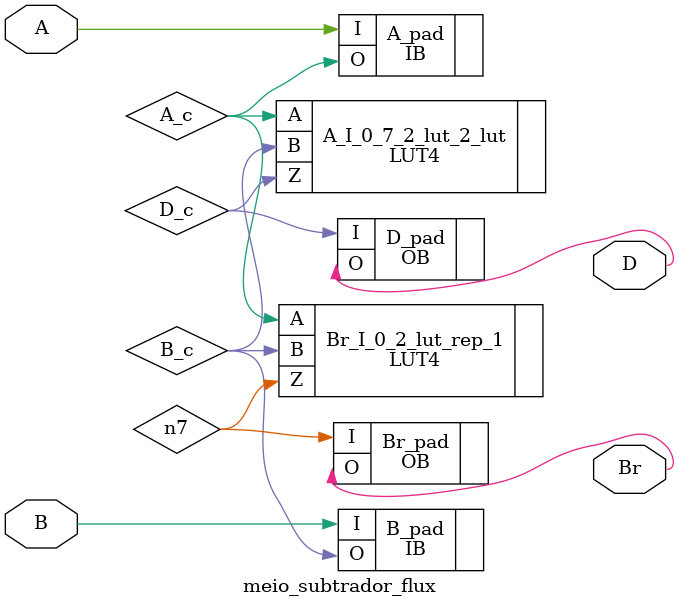
<source format=v>

module meio_subtrador_flux (A, B, D, Br) /* synthesis syn_module_defined=1 */ ;   // d:/rtl_fpga/verilog/aula22_subtrator/meio_subtrador_flux.v(1[8:27])
    input A;   // d:/rtl_fpga/verilog/aula22_subtrator/meio_subtrador_flux.v(2[7:8])
    input B;   // d:/rtl_fpga/verilog/aula22_subtrator/meio_subtrador_flux.v(3[7:8])
    output D;   // d:/rtl_fpga/verilog/aula22_subtrator/meio_subtrador_flux.v(4[8:9])
    output Br;   // d:/rtl_fpga/verilog/aula22_subtrator/meio_subtrador_flux.v(5[8:10])
    
    
    wire A_c, B_c, D_c, n7, GND_net, VCC_net;
    
    LUT4 Br_I_0_2_lut_rep_1 (.A(A_c), .B(B_c), .Z(n7)) /* synthesis lut_function=(!(A+!(B))) */ ;   // d:/rtl_fpga/verilog/aula22_subtrator/meio_subtrador_flux.v(9[13:19])
    defparam Br_I_0_2_lut_rep_1.init = 16'h4444;
    VLO i30 (.Z(GND_net));
    OB D_pad (.I(D_c), .O(D));   // d:/rtl_fpga/verilog/aula22_subtrator/meio_subtrador_flux.v(4[8:9])
    OB Br_pad (.I(n7), .O(Br));   // d:/rtl_fpga/verilog/aula22_subtrator/meio_subtrador_flux.v(5[8:10])
    IB A_pad (.I(A), .O(A_c));   // d:/rtl_fpga/verilog/aula22_subtrator/meio_subtrador_flux.v(2[7:8])
    IB B_pad (.I(B), .O(B_c));   // d:/rtl_fpga/verilog/aula22_subtrator/meio_subtrador_flux.v(3[7:8])
    GSR GSR_INST (.GSR(VCC_net));
    PUR PUR_INST (.PUR(VCC_net));
    defparam PUR_INST.RST_PULSE = 1;
    LUT4 A_I_0_7_2_lut_2_lut (.A(A_c), .B(B_c), .Z(D_c)) /* synthesis lut_function=(A+(B)) */ ;   // d:/rtl_fpga/verilog/aula22_subtrator/meio_subtrador_flux.v(9[13:19])
    defparam A_I_0_7_2_lut_2_lut.init = 16'heeee;
    VHI i31 (.Z(VCC_net));
    
endmodule
//
// Verilog Description of module PUR
// module not written out since it is a black-box. 
//


</source>
